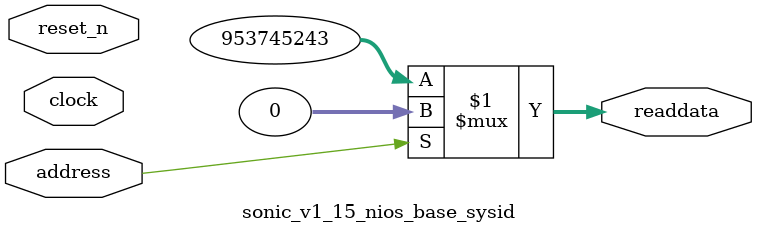
<source format=v>

`timescale 1ns / 1ps
// synthesis translate_on

// turn off superfluous verilog processor warnings 
// altera message_level Level1 
// altera message_off 10034 10035 10036 10037 10230 10240 10030 

module sonic_v1_15_nios_base_sysid (
               // inputs:
                address,
                clock,
                reset_n,

               // outputs:
                readdata
             )
;

  output  [ 31: 0] readdata;
  input            address;
  input            clock;
  input            reset_n;

  wire    [ 31: 0] readdata;
  //control_slave, which is an e_avalon_slave
  assign readdata = address ? 0 : 953745243;

endmodule




</source>
